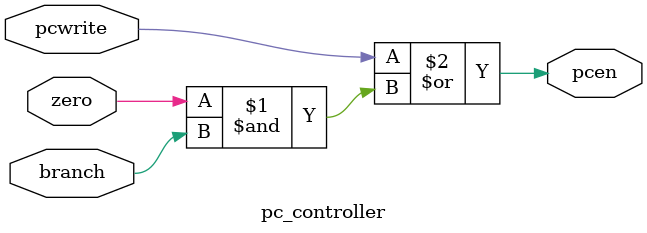
<source format=v>
`timescale 1ns/10ps

module pc_controller(input pcwrite,
                     input branch,
                     input zero,
                     output pcen);

    //wire and_out;

    //and pc_and(and_out, branch, zero);
    //or pc_or(pcen, pcwrite, and_out);
    assign pcen = pcwrite | (zero & branch);

endmodule // pc_controller

</source>
